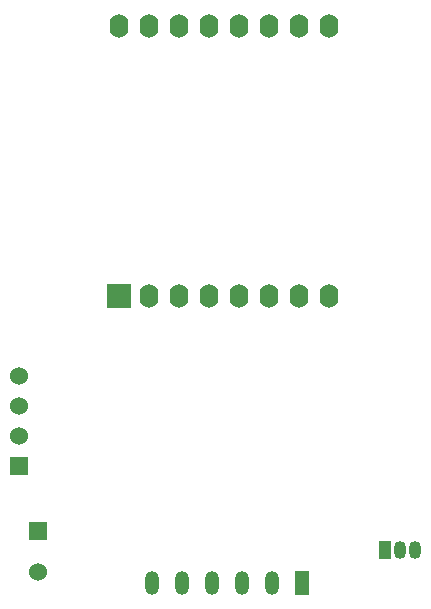
<source format=gbr>
%TF.GenerationSoftware,KiCad,Pcbnew,8.0.7-rc1-202411251621~6e6d3e9b03~ubuntu24.04.1*%
%TF.CreationDate,2024-12-02T09:23:22-06:00*%
%TF.ProjectId,delivery-box-reporter,64656c69-7665-4727-992d-626f782d7265,rev?*%
%TF.SameCoordinates,Original*%
%TF.FileFunction,Soldermask,Bot*%
%TF.FilePolarity,Negative*%
%FSLAX46Y46*%
G04 Gerber Fmt 4.6, Leading zero omitted, Abs format (unit mm)*
G04 Created by KiCad (PCBNEW 8.0.7-rc1-202411251621~6e6d3e9b03~ubuntu24.04.1) date 2024-12-02 09:23:22*
%MOMM*%
%LPD*%
G01*
G04 APERTURE LIST*
%ADD10R,1.200000X2.000000*%
%ADD11O,1.200000X2.000000*%
%ADD12R,1.524000X1.524000*%
%ADD13C,1.524000*%
%ADD14R,1.050000X1.500000*%
%ADD15O,1.050000X1.500000*%
%ADD16R,2.000000X2.000000*%
%ADD17O,1.600000X2.000000*%
G04 APERTURE END LIST*
D10*
%TO.C,U3*%
X149150000Y-119450000D03*
D11*
X146610000Y-119450000D03*
X144070000Y-119450000D03*
X141530000Y-119450000D03*
X138990000Y-119450000D03*
X136450000Y-119450000D03*
%TD*%
D12*
%TO.C,J1*%
X126800000Y-115050000D03*
D13*
X126800000Y-118550000D03*
%TD*%
D14*
%TO.C,U5*%
X156135000Y-116650000D03*
D15*
X157405000Y-116650000D03*
X158675000Y-116650000D03*
%TD*%
D12*
%TO.C,DISP1*%
X125200000Y-109600000D03*
D13*
X125200000Y-107060000D03*
X125200000Y-104520000D03*
X125200000Y-101980000D03*
%TD*%
D16*
%TO.C,U1*%
X133640000Y-95200000D03*
D17*
X136180000Y-95200000D03*
X138720000Y-95200000D03*
X141260000Y-95200000D03*
X143800000Y-95200000D03*
X146340000Y-95200000D03*
X148880000Y-95200000D03*
X151420000Y-95200000D03*
X151420000Y-72340000D03*
X148880000Y-72340000D03*
X146340000Y-72340000D03*
X143800000Y-72340000D03*
X141260000Y-72340000D03*
X138720000Y-72340000D03*
X136180000Y-72340000D03*
X133640000Y-72340000D03*
%TD*%
M02*

</source>
